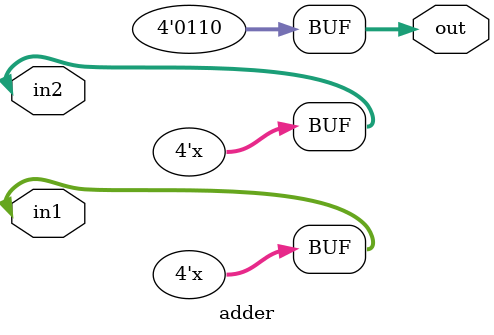
<source format=v>
module adder(
    input [3:0] in1,
    input [3:0] in2,
    output [3:0] out
);
    assign out = 1*2*3;

    always@(*) begin
        in1 = in2 +in1;
        in1 = in1+in1;
        in2 = in2*in1;
    end
endmodule
</source>
